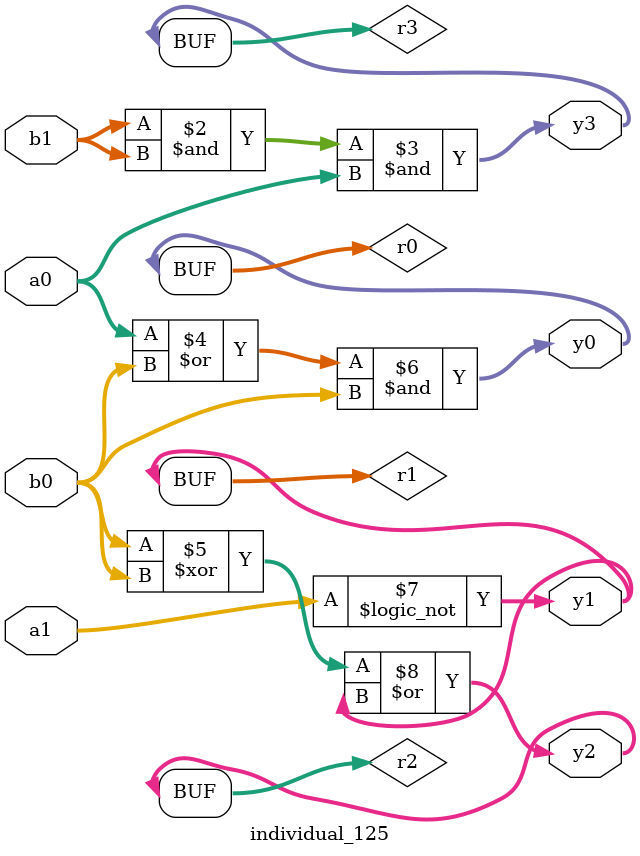
<source format=sv>
module individual_125(input logic [15:0] a1, input logic [15:0] a0, input logic [15:0] b1, input logic [15:0] b0, output logic [15:0] y3, output logic [15:0] y2, output logic [15:0] y1, output logic [15:0] y0);
logic [15:0] r0, r1, r2, r3; 
 always@(*) begin 
	 r0 = a0; r1 = a1; r2 = b0; r3 = b1; 
 	 r3  &=  r3 ;
 	 r3  &=  r0 ;
 	 r0  |=  b0 ;
 	 r2  ^=  r2 ;
 	 r0  &=  b0 ;
 	 r1 = ! r1 ;
 	 r2  |=  r1 ;
 	 y3 = r3; y2 = r2; y1 = r1; y0 = r0; 
end
endmodule
</source>
